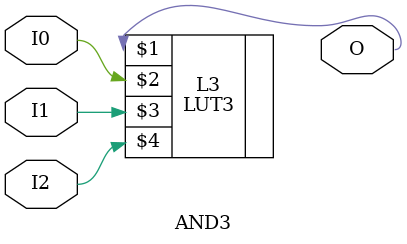
<source format=v>


`timescale  1 ps / 1 ps


module AND3 (O, I0, I1, I2);

    output O;

    input  I0, I1, I2;

    LUT3 #(.INIT(8'h80)) L3 (O, I0, I1, I2);

endmodule

</source>
